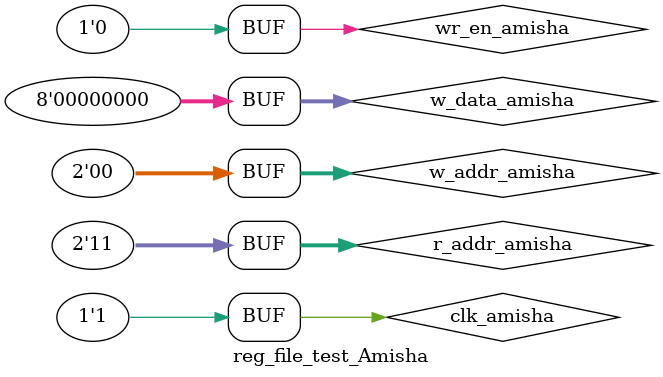
<source format=v>
`timescale 1ns / 1ps


module reg_file_test_Amisha;
	// Inputs
	reg clk_amisha;
	reg wr_en_amisha;
	reg [1:0] w_addr_amisha;
	reg [1:0] r_addr_amisha;
	reg [7:0] w_data_amisha;
	// Outputs
	wire [7:0] r_data_amisha;
	// Instantiate the Unit Under Test (UUT)
	reg_file_Amisha uut (
		.clk_amisha(clk_amisha), 
		.wr_en_amisha(wr_en_amisha), 
		.w_addr_amisha(w_addr_amisha), 
		.r_addr_amisha(r_addr_amisha), 
		.w_data_amisha(w_data_amisha), 
		.r_data_amisha(r_data_amisha)
	);
	initial begin
		clk_amisha = 1;
		wr_en_amisha = 1;
		w_addr_amisha = 0;
		r_addr_amisha = 0;
		w_data_amisha = 2;
		#100;
		clk_amisha = 0;
		wr_en_amisha = 1;
		w_addr_amisha = 0;
		r_addr_amisha = 0;
		w_data_amisha = 2;
		#100;
		clk_amisha = 1;
		wr_en_amisha = 1;
		w_addr_amisha = 1;
		r_addr_amisha = 0;
		w_data_amisha = 7;
		#100;
		clk_amisha = 0;
		wr_en_amisha = 1;
		w_addr_amisha = 0;
		r_addr_amisha = 0;
		w_data_amisha = 7;
		#100;
		clk_amisha = 1;
		wr_en_amisha = 1;
		w_addr_amisha = 2;
		r_addr_amisha = 0;
		w_data_amisha = 11;
		#100;
		clk_amisha = 0;
		wr_en_amisha = 1;
		w_addr_amisha = 0;
		r_addr_amisha = 0;
		w_data_amisha = 2;
		#100;
		clk_amisha = 1;
		wr_en_amisha = 1;
		w_addr_amisha = 3;
		r_addr_amisha = 0;
		w_data_amisha = 16;
		#100;
		clk_amisha = 1;
		wr_en_amisha = 0;
		w_addr_amisha = 0;
		r_addr_amisha = 2;
		w_data_amisha = 0 ;
		#100;
		clk_amisha = 1;
		wr_en_amisha = 0;
		w_addr_amisha = 0;
		r_addr_amisha = 1;
		w_data_amisha = 2;
		#100;
		clk_amisha = 1;
		wr_en_amisha = 0;
		w_addr_amisha = 0;
		r_addr_amisha = 3;
		w_data_amisha = 0;
		#100;
	end     
endmodule


</source>
